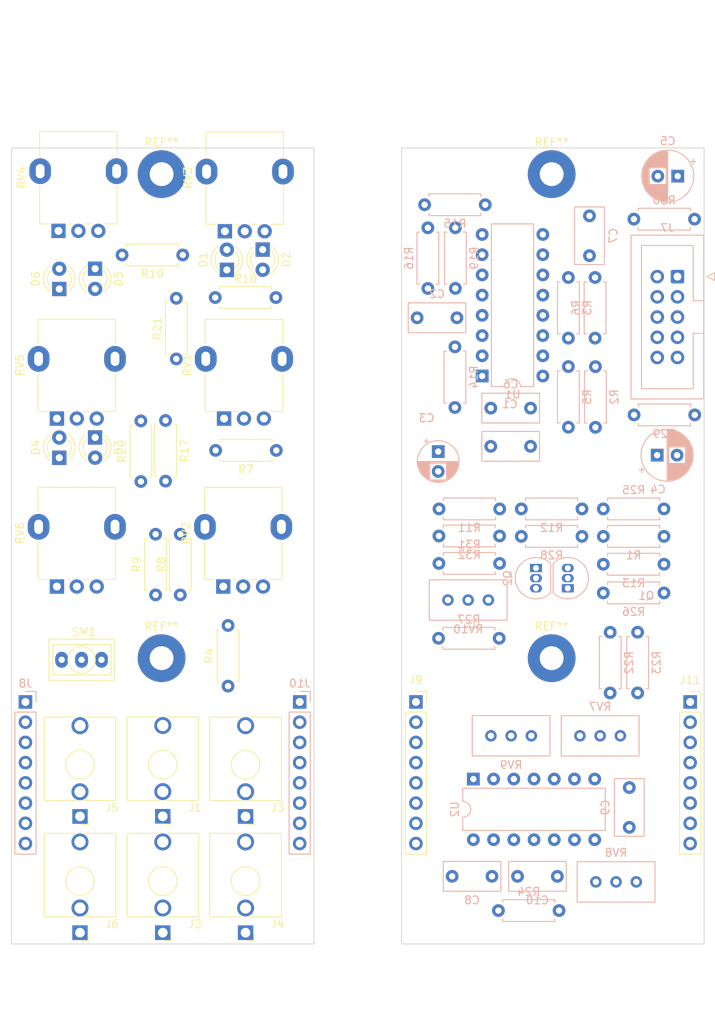
<source format=kicad_pcb>
(kicad_pcb (version 20210606) (generator pcbnew)
  (layers (0 "F.Cu" signal) (31 "B.Cu" signal) (34 "B.Paste" user) (35 "F.Paste" user) (36 "B.SilkS" user "B.Silkscreen") (37 "F.SilkS" user "F.Silkscreen") (38 "B.Mask" user) (39 "F.Mask" user) (44 "Edge.Cuts" user))
  (net 0 "")
  (net 1 "Net-(C1-Pad1)")
  (net 2 "/FPole1")
  (net 3 "Net-(C2-Pad1)")
  (net 4 "/FPole2")
  (net 5 "Net-(C3-Pad1)")
  (net 6 "/FOut")
  (net 7 "+12V")
  (net 8 "GND")
  (net 9 "-12V")
  (net 10 "Net-(C8-Pad1)")
  (net 11 "Net-(C8-Pad2)")
  (net 12 "/SC_Res1_P")
  (net 13 "/SC_Res2_P")
  (net 14 "/SC_LpG1_P")
  (net 15 "/SC_LpG2_P")
  (net 16 "/SC_HpG1_P")
  (net 17 "/SC_HpG2_P")
  (net 18 "GNDA")
  (net 19 "Net-(J1-PadT)")
  (net 20 "Net-(J2-PadT)")
  (net 21 "Net-(J3-PadT)")
  (net 22 "Net-(J4-PadT)")
  (net 23 "Net-(J5-PadTN)")
  (net 24 "Net-(J5-PadT)")
  (net 26 "Net-(J6-PadT)")
  (net 27 "Net-(J7-Pad1)")
  (net 28 "Net-(J7-Pad10)")
  (net 29 "-12VA")
  (net 30 "/LP_In_P")
  (net 31 "/HP_In_P")
  (net 32 "/FRes_P")
  (net 33 "/FOut_P")
  (net 34 "/CVMix_P")
  (net 35 "+12VA")
  (net 36 "/LP_In")
  (net 37 "/HP_In")
  (net 38 "/FRes")
  (net 39 "/CVMix")
  (net 40 "/SC_LpG2")
  (net 41 "/SC_LpG1")
  (net 42 "/SC_HpG2")
  (net 43 "/SC_HpG1")
  (net 44 "/SC_Res2")
  (net 45 "/SC_Res1")
  (net 46 "Net-(Q1-Pad3)")
  (net 47 "/CV_CSrc")
  (net 48 "/FIn")
  (net 49 "Net-(R2-Pad2)")
  (net 50 "Net-(R3-Pad1)")
  (net 51 "Net-(R5-Pad2)")
  (net 52 "Net-(R11-Pad2)")
  (net 53 "Net-(R7-Pad1)")
  (net 54 "Net-(R8-Pad1)")
  (net 55 "Net-(R10-Pad2)")
  (net 56 "Net-(R12-Pad2)")
  (net 57 "Net-(R14-Pad2)")
  (net 58 "Net-(R15-Pad1)")
  (net 59 "Net-(R17-Pad1)")
  (net 60 "Net-(R18-Pad1)")
  (net 61 "Net-(R28-Pad1)")
  (footprint "Connector_PinSocket_2.54mm:PinSocket_1x08_P2.54mm_Vertical" (layer "F.Cu") (at 123.75 121.5)
    (fp_text reference "J11" (at 0 -2.77) (layer "F.SilkS"))
    (fp_text value "BackC2")
    (pad "1" thru_hole rect locked (at 0 0) (size 1.7 1.7) (drill 1) (layers *.Cu *.Mask) (net 8 "GND"))
    (pad "2" thru_hole oval locked (at 0 2.54) (size 1.7 1.7) (drill 1) (layers *.Cu *.Mask) (net 45 "/SC_Res1"))
    (pad "3" thru_hole oval locked (at 0 5.08) (size 1.7 1.7) (drill 1) (layers *.Cu *.Mask) (net 44 "/SC_Res2"))
    (pad "4" thru_hole oval locked (at 0 7.62) (size 1.7 1.7) (drill 1) (layers *.Cu *.Mask) (net 42 "/SC_HpG2"))
    (pad "5" thru_hole oval locked (at 0 10.16) (size 1.7 1.7) (drill 1) (layers *.Cu *.Mask) (net 43 "/SC_HpG1"))
    (pad "6" thru_hole oval locked (at 0 12.7) (size 1.7 1.7) (drill 1) (layers *.Cu *.Mask) (net 41 "/SC_LpG1"))
    (pad "7" thru_hole oval locked (at 0 15.24) (size 1.7 1.7) (drill 1) (layers *.Cu *.Mask) (net 40 "/SC_LpG2"))
    (pad "8" thru_hole oval locked (at 0 17.78) (size 1.7 1.7) (drill 1) (layers *.Cu *.Mask) (net 8 "GND"))
  )
  (footprint "Potentiometer_THT:Potentiometer_Alpha_RD901F-40-00D_Single_Vertical" (layer "F.Cu") (at 65.3 62.375 90)
    (fp_text reference "RV3" (at 6.71 -4.64 90) (layer "F.SilkS"))
    (fp_text value "100k")
    (pad "" thru_hole oval locked (at 7.5 -2.3 180) (size 2.72 3.24) (drill oval 1.1 1.8) (layers *.Cu *.Mask))
    (pad "" thru_hole oval locked (at 7.5 7.3 180) (size 2.72 3.24) (drill oval 1.1 1.8) (layers *.Cu *.Mask))
    (pad "1" thru_hole rect locked (at 0 0 180) (size 1.8 1.8) (drill 1) (layers *.Cu *.Mask) (net 33 "/FOut_P"))
    (pad "2" thru_hole circle locked (at 0 2.5 180) (size 1.8 1.8) (drill 1) (layers *.Cu *.Mask) (net 32 "/FRes_P"))
    (pad "3" thru_hole circle locked (at 0 5 180) (size 1.8 1.8) (drill 1) (layers *.Cu *.Mask) (net 18 "GNDA"))
  )
  (footprint "Resistor_THT:R_Axial_DIN0207_L6.3mm_D2.5mm_P7.62mm_Horizontal" (layer "F.Cu") (at 59.7 108.05 90)
    (fp_text reference "R8" (at 3.81 -2.37 90) (layer "F.SilkS"))
    (fp_text value "100k")
    (pad "1" thru_hole circle locked (at 0 0 90) (size 1.6 1.6) (drill 0.8) (layers *.Cu *.Mask) (net 54 "Net-(R8-Pad1)"))
    (pad "2" thru_hole oval locked (at 7.62 0 90) (size 1.6 1.6) (drill 0.8) (layers *.Cu *.Mask) (net 34 "/CVMix_P"))
  )
  (footprint "Resistor_THT:R_Axial_DIN0207_L6.3mm_D2.5mm_P7.62mm_Horizontal" (layer "F.Cu") (at 59.2 78.41 90)
    (fp_text reference "R21" (at 3.81 -2.37 90) (layer "F.SilkS"))
    (fp_text value "NC")
    (pad "1" thru_hole circle locked (at 0 0 90) (size 1.6 1.6) (drill 0.8) (layers *.Cu *.Mask) (net 30 "/LP_In_P"))
    (pad "2" thru_hole oval locked (at 7.62 0 90) (size 1.6 1.6) (drill 0.8) (layers *.Cu *.Mask) (net 60 "Net-(R18-Pad1)"))
  )
  (footprint "Connector_Audio:Jack_3.5mm_QingPu_WQP-PJ398SM_Vertical_CircularHoles" (layer "F.Cu") (at 67.9 135.88 180)
    (fp_text reference "J3" (at -4.03 1.08) (layer "F.SilkS"))
    (fp_text value "CV3")
    (pad "S" thru_hole rect locked (at 0 0) (size 1.93 1.83) (drill 1.22) (layers *.Cu *.Mask) (net 18 "GNDA"))
    (pad "T" thru_hole circle locked (at 0 11.4) (size 2.13 2.13) (drill 1.43) (layers *.Cu *.Mask) (net 21 "Net-(J3-PadT)"))
    (pad "TN" thru_hole circle locked (at 0 3.1) (size 2.13 2.13) (drill 1.42) (layers *.Cu *.Mask))
  )
  (footprint "LED_THT:LED_D3.0mm" (layer "F.Cu") (at 44.5 69.625 90)
    (fp_text reference "D6" (at 1.27 -2.96 90) (layer "F.SilkS"))
    (fp_text value "GREEN")
    (pad "1" thru_hole rect locked (at 0 0 90) (size 1.8 1.8) (drill 0.9) (layers *.Cu *.Mask) (net 17 "/SC_HpG2_P"))
    (pad "2" thru_hole circle locked (at 2.54 0 90) (size 1.8 1.8) (drill 0.9) (layers *.Cu *.Mask) (net 16 "/SC_HpG1_P"))
  )
  (footprint "Connector_Audio:Jack_3.5mm_QingPu_WQP-PJ398SM_Vertical_CircularHoles" (layer "F.Cu") (at 57.5 135.86 180)
    (fp_text reference "J1" (at -4.03 1.08) (layer "F.SilkS"))
    (fp_text value "CV1")
    (pad "S" thru_hole rect locked (at 0 0) (size 1.93 1.83) (drill 1.22) (layers *.Cu *.Mask) (net 18 "GNDA"))
    (pad "T" thru_hole circle locked (at 0 11.4) (size 2.13 2.13) (drill 1.43) (layers *.Cu *.Mask) (net 19 "Net-(J1-PadT)"))
    (pad "TN" thru_hole circle locked (at 0 3.1) (size 2.13 2.13) (drill 1.42) (layers *.Cu *.Mask))
  )
  (footprint "LED_THT:LED_D3.0mm" (layer "F.Cu") (at 49 67.075 -90)
    (fp_text reference "D5" (at 1.27 -2.96 90) (layer "F.SilkS"))
    (fp_text value "GREEN")
    (pad "1" thru_hole rect locked (at 0 0 270) (size 1.8 1.8) (drill 0.9) (layers *.Cu *.Mask) (net 16 "/SC_HpG1_P"))
    (pad "2" thru_hole circle locked (at 2.54 0 270) (size 1.8 1.8) (drill 0.9) (layers *.Cu *.Mask) (net 17 "/SC_HpG2_P"))
  )
  (footprint "Connector_Audio:Jack_3.5mm_QingPu_WQP-PJ398SM_Vertical_CircularHoles" (layer "F.Cu") (at 47.1 150.48 180)
    (fp_text reference "J6" (at -4.03 1.08) (layer "F.SilkS"))
    (fp_text value "LP_In")
    (pad "S" thru_hole rect locked (at 0 0) (size 1.93 1.83) (drill 1.22) (layers *.Cu *.Mask) (net 18 "GNDA"))
    (pad "T" thru_hole circle locked (at 0 11.4) (size 2.13 2.13) (drill 1.43) (layers *.Cu *.Mask) (net 26 "Net-(J6-PadT)"))
    (pad "TN" thru_hole circle locked (at 0 3.1) (size 2.13 2.13) (drill 1.42) (layers *.Cu *.Mask))
  )
  (footprint "Resistor_THT:R_Axial_DIN0207_L6.3mm_D2.5mm_P7.62mm_Horizontal" (layer "F.Cu") (at 65.7 119.51 90)
    (fp_text reference "R4" (at 3.81 -2.37 90) (layer "F.SilkS"))
    (fp_text value "1k")
    (pad "1" thru_hole circle locked (at 0 0 90) (size 1.6 1.6) (drill 0.8) (layers *.Cu *.Mask) (net 22 "Net-(J4-PadT)"))
    (pad "2" thru_hole oval locked (at 7.62 0 90) (size 1.6 1.6) (drill 0.8) (layers *.Cu *.Mask) (net 33 "/FOut_P"))
  )
  (footprint "LED_THT:LED_D3.0mm" (layer "F.Cu") (at 65.55 67.225 90)
    (fp_text reference "D1" (at 1.27 -2.96 90) (layer "F.SilkS"))
    (fp_text value "GREEN")
    (pad "1" thru_hole rect locked (at 0 0 90) (size 1.8 1.8) (drill 0.9) (layers *.Cu *.Mask) (net 12 "/SC_Res1_P"))
    (pad "2" thru_hole circle locked (at 2.54 0 90) (size 1.8 1.8) (drill 0.9) (layers *.Cu *.Mask) (net 13 "/SC_Res2_P"))
  )
  (footprint "Resistor_THT:R_Axial_DIN0207_L6.3mm_D2.5mm_P7.62mm_Horizontal" (layer "F.Cu") (at 60.01 65.35 180)
    (fp_text reference "R10" (at 3.81 -2.37) (layer "F.SilkS"))
    (fp_text value "100k")
    (pad "1" thru_hole circle locked (at 0 0 180) (size 1.6 1.6) (drill 0.8) (layers *.Cu *.Mask) (net 34 "/CVMix_P"))
    (pad "2" thru_hole oval locked (at 7.62 0 180) (size 1.6 1.6) (drill 0.8) (layers *.Cu *.Mask) (net 55 "Net-(R10-Pad2)"))
  )
  (footprint "LED_THT:LED_D3.0mm" (layer "F.Cu") (at 70.05 64.675 -90)
    (fp_text reference "D2" (at 1.27 -2.96 90) (layer "F.SilkS"))
    (fp_text value "GREEN")
    (pad "1" thru_hole rect locked (at 0 0 270) (size 1.8 1.8) (drill 0.9) (layers *.Cu *.Mask) (net 13 "/SC_Res2_P"))
    (pad "2" thru_hole circle locked (at 2.54 0 270) (size 1.8 1.8) (drill 0.9) (layers *.Cu *.Mask) (net 12 "/SC_Res1_P"))
  )
  (footprint "MountingHole:MountingHole_3mm_Pad" (layer "F.Cu") (at 57.35 55.2)
    (fp_text reference "REF**" (at 0 -4) (layer "F.SilkS"))
    (fp_text value "MountingHole_3mm_Pad")
    (pad "1" thru_hole circle locked (at 0 0) (size 6 6) (drill 3) (layers *.Cu *.Mask))
  )
  (footprint "Resistor_THT:R_Axial_DIN0207_L6.3mm_D2.5mm_P7.62mm_Horizontal" (layer "F.Cu") (at 54.75 93.81 90)
    (fp_text reference "R20" (at 3.81 -2.37 90) (layer "F.SilkS"))
    (fp_text value "NC")
    (pad "1" thru_hole circle locked (at 0 0 90) (size 1.6 1.6) (drill 0.8) (layers *.Cu *.Mask) (net 31 "/HP_In_P"))
    (pad "2" thru_hole oval locked (at 7.62 0 90) (size 1.6 1.6) (drill 0.8) (layers *.Cu *.Mask) (net 59 "Net-(R17-Pad1)"))
  )
  (footprint "MountingHole:MountingHole_3mm_Pad" (layer "F.Cu") (at 106.35 116)
    (fp_text reference "REF**" (at 0 -4) (layer "F.SilkS"))
    (fp_text value "MountingHole_3mm_Pad")
    (pad "1" thru_hole circle locked (at 0 0) (size 6 6) (drill 3) (layers *.Cu *.Mask))
  )
  (footprint "Connector_Audio:Jack_3.5mm_QingPu_WQP-PJ398SM_Vertical_CircularHoles" (layer "F.Cu") (at 67.9 150.48 180)
    (fp_text reference "J4" (at -4.03 1.08) (layer "F.SilkS"))
    (fp_text value "Out")
    (pad "S" thru_hole rect locked (at 0 0) (size 1.93 1.83) (drill 1.22) (layers *.Cu *.Mask) (net 18 "GNDA"))
    (pad "T" thru_hole circle locked (at 0 11.4) (size 2.13 2.13) (drill 1.43) (layers *.Cu *.Mask) (net 22 "Net-(J4-PadT)"))
    (pad "TN" thru_hole circle locked (at 0 3.1) (size 2.13 2.13) (drill 1.42) (layers *.Cu *.Mask))
  )
  (footprint "LED_THT:LED_D3.0mm" (layer "F.Cu") (at 49 88.275 -90)
    (fp_text reference "D3" (at 1.27 -2.96 90) (layer "F.SilkS"))
    (fp_text value "GREEN")
    (pad "1" thru_hole rect locked (at 0 0 270) (size 1.8 1.8) (drill 0.9) (layers *.Cu *.Mask) (net 14 "/SC_LpG1_P"))
    (pad "2" thru_hole circle locked (at 2.54 0 270) (size 1.8 1.8) (drill 0.9) (layers *.Cu *.Mask) (net 15 "/SC_LpG2_P"))
  )
  (footprint "Potentiometer_THT:Potentiometer_Alpha_RD901F-40-00D_Single_Vertical" (layer "F.Cu") (at 44.2 107 90)
    (fp_text reference "RV6" (at 6.71 -4.64 90) (layer "F.SilkS"))
    (fp_text value "100k")
    (pad "" thru_hole oval locked (at 7.5 7.3 180) (size 2.72 3.24) (drill oval 1.1 1.8) (layers *.Cu *.Mask))
    (pad "" thru_hole oval locked (at 7.5 -2.3 180) (size 2.72 3.24) (drill oval 1.1 1.8) (layers *.Cu *.Mask))
    (pad "1" thru_hole rect locked (at 0 0 180) (size 1.8 1.8) (drill 1) (layers *.Cu *.Mask) (net 26 "Net-(J6-PadT)"))
    (pad "2" thru_hole circle locked (at 0 2.5 180) (size 1.8 1.8) (drill 1) (layers *.Cu *.Mask) (net 30 "/LP_In_P"))
    (pad "3" thru_hole circle locked (at 0 5 180) (size 1.8 1.8) (drill 1) (layers *.Cu *.Mask) (net 60 "Net-(R18-Pad1)"))
  )
  (footprint "Connector_Audio:Jack_3.5mm_QingPu_WQP-PJ398SM_Vertical_CircularHoles" (layer "F.Cu") (at 57.5 150.48 180)
    (fp_text reference "J2" (at -4.03 1.08) (layer "F.SilkS"))
    (fp_text value "CV2")
    (pad "S" thru_hole rect locked (at 0 0) (size 1.93 1.83) (drill 1.22) (layers *.Cu *.Mask) (net 18 "GNDA"))
    (pad "T" thru_hole circle locked (at 0 11.4) (size 2.13 2.13) (drill 1.43) (layers *.Cu *.Mask) (net 20 "Net-(J2-PadT)"))
    (pad "TN" thru_hole circle locked (at 0 3.1) (size 2.13 2.13) (drill 1.42) (layers *.Cu *.Mask))
  )
  (footprint "Resistor_THT:R_Axial_DIN0207_L6.3mm_D2.5mm_P7.62mm_Horizontal" (layer "F.Cu") (at 71.76 89.9 180)
    (fp_text reference "R7" (at 3.81 -2.37) (layer "F.SilkS"))
    (fp_text value "100k")
    (pad "1" thru_hole circle locked (at 0 0 180) (size 1.6 1.6) (drill 0.8) (layers *.Cu *.Mask) (net 53 "Net-(R7-Pad1)"))
    (pad "2" thru_hole oval locked (at 7.62 0 180) (size 1.6 1.6) (drill 0.8) (layers *.Cu *.Mask) (net 34 "/CVMix_P"))
  )
  (footprint "Connector_Audio:Jack_3.5mm_QingPu_WQP-PJ398SM_Vertical_CircularHoles" (layer "F.Cu") (at 47.1 135.88 180)
    (fp_text reference "J5" (at -4.03 1.08) (layer "F.SilkS"))
    (fp_text value "HP_In")
    (pad "S" thru_hole rect locked (at 0 0) (size 1.93 1.83) (drill 1.22) (layers *.Cu *.Mask) (net 18 "GNDA"))
    (pad "T" thru_hole circle locked (at 0 11.4) (size 2.13 2.13) (drill 1.43) (layers *.Cu *.Mask) (net 24 "Net-(J5-PadT)"))
    (pad "TN" thru_hole circle locked (at 0 3.1) (size 2.13 2.13) (drill 1.42) (layers *.Cu *.Mask) (net 23 "Net-(J5-PadTN)"))
  )
  (footprint "LED_THT:LED_D3.0mm" (layer "F.Cu") (at 44.5 90.825 90)
    (fp_text reference "D4" (at 1.27 -2.96 90) (layer "F.SilkS"))
    (fp_text value "GREEN")
    (pad "1" thru_hole rect locked (at 0 0 90) (size 1.8 1.8) (drill 0.9) (layers *.Cu *.Mask) (net 15 "/SC_LpG2_P"))
    (pad "2" thru_hole circle locked (at 2.54 0 90) (size 1.8 1.8) (drill 0.9) (layers *.Cu *.Mask) (net 14 "/SC_LpG1_P"))
  )
  (footprint "Potentiometer_THT:Potentiometer_Alpha_RD901F-40-00D_Single_Vertical" (layer "F.Cu") (at 44.4 62.325 90)
    (fp_text reference "RV4" (at 6.71 -4.64 90) (layer "F.SilkS"))
    (fp_text value "100k")
    (pad "" thru_hole oval locked (at 7.5 -2.3 180) (size 2.72 3.24) (drill oval 1.1 1.8) (layers *.Cu *.Mask))
    (pad "" thru_hole oval locked (at 7.5 7.3 180) (size 2.72 3.24) (drill oval 1.1 1.8) (layers *.Cu *.Mask))
    (pad "1" thru_hole rect locked (at 0 0 180) (size 1.8 1.8) (drill 1) (layers *.Cu *.Mask) (net 29 "-12VA"))
    (pad "2" thru_hole circle locked (at 0 2.5 180) (size 1.8 1.8) (drill 1) (layers *.Cu *.Mask) (net 55 "Net-(R10-Pad2)"))
    (pad "3" thru_hole circle locked (at 0 5 180) (size 1.8 1.8) (drill 1) (layers *.Cu *.Mask) (net 35 "+12VA"))
  )
  (footprint "Resistor_THT:R_Axial_DIN0207_L6.3mm_D2.5mm_P7.62mm_Horizontal" (layer "F.Cu") (at 56.6 108.05 90)
    (fp_text reference "R9" (at 3.81 -2.37 90) (layer "F.SilkS"))
    (fp_text value "100k")
    (pad "1" thru_hole circle locked (at 0 0 90) (size 1.6 1.6) (drill 0.8) (layers *.Cu *.Mask) (net 21 "Net-(J3-PadT)"))
    (pad "2" thru_hole oval locked (at 7.62 0 90) (size 1.6 1.6) (drill 0.8) (layers *.Cu *.Mask) (net 34 "/CVMix_P"))
  )
  (footprint "MountingHole:MountingHole_3mm_Pad" (layer "F.Cu") (at 106.35 55.2)
    (fp_text reference "REF**" (at 0 -4) (layer "F.SilkS"))
    (fp_text value "MountingHole_3mm_Pad")
    (pad "1" thru_hole circle locked (at 0 0) (size 6 6) (drill 3) (layers *.Cu *.Mask))
  )
  (footprint "Connector_PinSocket_2.54mm:PinSocket_1x08_P2.54mm_Vertical" (layer "F.Cu") (at 89.3 121.5)
    (fp_text reference "J9" (at 0 -2.77) (layer "F.SilkS"))
    (fp_text value "BackC1")
    (pad "1" thru_hole rect locked (at 0 0) (size 1.7 1.7) (drill 1) (layers *.Cu *.Mask) (net 6 "/FOut"))
    (pad "2" thru_hole oval locked (at 0 2.54) (size 1.7 1.7) (drill 1) (layers *.Cu *.Mask) (net 7 "+12V"))
    (pad "3" thru_hole oval locked (at 0 5.08) (size 1.7 1.7) (drill 1) (layers *.Cu *.Mask) (net 39 "/CVMix"))
    (pad "4" thru_hole oval locked (at 0 7.62) (size 1.7 1.7) (drill 1) (layers *.Cu *.Mask) (net 37 "/HP_In"))
    (pad "5" thru_hole oval locked (at 0 10.16) (size 1.7 1.7) (drill 1) (layers *.Cu *.Mask) (net 38 "/FRes"))
    (pad "6" thru_hole oval locked (at 0 12.7) (size 1.7 1.7) (drill 1) (layers *.Cu *.Mask) (net 8 "GND"))
    (pad "7" thru_hole oval locked (at 0 15.24) (size 1.7 1.7) (drill 1) (layers *.Cu *.Mask) (net 36 "/LP_In"))
    (pad "8" thru_hole oval locked (at 0 17.78) (size 1.7 1.7) (drill 1) (layers *.Cu *.Mask) (net 9 "-12V"))
  )
  (footprint "Potentiometer_THT:Potentiometer_Alpha_RD901F-40-00D_Single_Vertical" (layer "F.Cu") (at 65.2 85.9 90)
    (fp_text reference "RV1" (at 6.71 -4.64 90) (layer "F.SilkS"))
    (fp_text value "100k")
    (pad "" thru_hole oval locked (at 7.5 -2.3 180) (size 2.72 3.24) (drill oval 1.1 1.8) (layers *.Cu *.Mask))
    (pad "" thru_hole oval locked (at 7.5 7.3 180) (size 2.72 3.24) (drill oval 1.1 1.8) (layers *.Cu *.Mask))
    (pad "1" thru_hole rect locked (at 0 0 180) (size 1.8 1.8) (drill 1) (layers *.Cu *.Mask) (net 19 "Net-(J1-PadT)"))
    (pad "2" thru_hole circle locked (at 0 2.5 180) (size 1.8 1.8) (drill 1) (layers *.Cu *.Mask) (net 53 "Net-(R7-Pad1)"))
    (pad "3" thru_hole circle locked (at 0 5 180) (size 1.8 1.8) (drill 1) (layers *.Cu *.Mask) (net 18 "GNDA"))
  )
  (footprint "Potentiometer_THT:Potentiometer_Alpha_RD901F-40-00D_Single_Vertical" (layer "F.Cu") (at 44.2 85.9 90)
    (fp_text reference "RV5" (at 6.71 -4.64 90) (layer "F.SilkS"))
    (fp_text value "100k")
    (pad "" thru_hole oval locked (at 7.5 7.3 180) (size 2.72 3.24) (drill oval 1.1 1.8) (layers *.Cu *.Mask))
    (pad "" thru_hole oval locked (at 7.5 -2.3 180) (size 2.72 3.24) (drill oval 1.1 1.8) (layers *.Cu *.Mask))
    (pad "1" thru_hole rect locked (at 0 0 180) (size 1.8 1.8) (drill 1) (layers *.Cu *.Mask) (net 24 "Net-(J5-PadT)"))
    (pad "2" thru_hole circle locked (at 0 2.5 180) (size 1.8 1.8) (drill 1) (layers *.Cu *.Mask) (net 31 "/HP_In_P"))
    (pad "3" thru_hole circle locked (at 0 5 180) (size 1.8 1.8) (drill 1) (layers *.Cu *.Mask) (net 59 "Net-(R17-Pad1)"))
  )
  (footprint "Resistor_THT:R_Axial_DIN0207_L6.3mm_D2.5mm_P7.62mm_Horizontal" (layer "F.Cu") (at 57.85 86.14 -90)
    (fp_text reference "R17" (at 3.81 -2.37 90) (layer "F.SilkS"))
    (fp_text value "1k")
    (pad "1" thru_hole circle locked (at 0 0 270) (size 1.6 1.6) (drill 0.8) (layers *.Cu *.Mask) (net 59 "Net-(R17-Pad1)"))
    (pad "2" thru_hole oval locked (at 7.62 0 270) (size 1.6 1.6) (drill 0.8) (layers *.Cu *.Mask) (net 18 "GNDA"))
  )
  (footprint "Resistor_THT:R_Axial_DIN0207_L6.3mm_D2.5mm_P7.62mm_Horizontal" (layer "F.Cu") (at 64.09 70.7)
    (fp_text reference "R18" (at 3.81 -2.37) (layer "F.SilkS"))
    (fp_text value "1k")
    (pad "1" thru_hole circle locked (at 0 0) (size 1.6 1.6) (drill 0.8) (layers *.Cu *.Mask) (net 60 "Net-(R18-Pad1)"))
    (pad "2" thru_hole oval locked (at 7.62 0) (size 1.6 1.6) (drill 0.8) (layers *.Cu *.Mask) (net 18 "GNDA"))
  )
  (footprint "MountingHole:MountingHole_3mm_Pad" (layer "F.Cu") (at 57.35 116)
    (fp_text reference "REF**" (at 0 -4) (layer "F.SilkS"))
    (fp_text value "MountingHole_3mm_Pad")
    (pad "1" thru_hole circle locked (at 0 0) (size 6 6) (drill 3) (layers *.Cu *.Mask))
  )
  (footprint "Potentiometer_THT:Potentiometer_Alpha_RD901F-40-00D_Single_Vertical" (layer "F.Cu") (at 65.1 107 90)
    (fp_text reference "RV2" (at 6.71 -4.64 90) (layer "F.SilkS"))
    (fp_text value "100k")
    (pad "" thru_hole oval locked (at 7.5 7.3 180) (size 2.72 3.24) (drill oval 1.1 1.8) (layers *.Cu *.Mask))
    (pad "" thru_hole oval locked (at 7.5 -2.3 180) (size 2.72 3.24) (drill oval 1.1 1.8) (layers *.Cu *.Mask))
    (pad "1" thru_hole rect locked (at 0 0 180) (size 1.8 1.8) (drill 1) (layers *.Cu *.Mask) (net 20 "Net-(J2-PadT)"))
    (pad "2" thru_hole circle locked (at 0 2.5 180) (size 1.8 1.8) (drill 1) (layers *.Cu *.Mask) (net 54 "Net-(R8-Pad1)"))
    (pad "3" thru_hole circle locked (at 0 5 180) (size 1.8 1.8) (drill 1) (layers *.Cu *.Mask) (net 18 "GNDA"))
  )
  (footprint "Switches:5mm_rocker_toggle_switch" (layer "F.Cu") (at 47.3 116.2)
    (fp_text reference "SW1" (at 0.3 -3.5 unlocked) (layer "F.SilkS"))
    (fp_text value "BP_Select")
    (pad "1" thru_hole oval (at -2.5 0 90) (size 2 1.6) (drill 0.8) (layers *.Cu *.Mask) (net 23 "Net-(J5-PadTN)"))
    (pad "2" thru_hole oval (at 0 0 90) (size 2 1.6) (drill 0.8) (layers *.Cu *.Mask) (net 26 "Net-(J6-PadT)"))
    (pad "3" thru_hole oval (at 2.5 0 90) (size 2 1.6) (drill 0.8) (layers *.Cu *.Mask))
  )
  (footprint "Resistor_THT:R_Axial_DIN0207_L6.3mm_D2.5mm_P7.62mm_Horizontal" (layer "B.Cu") (at 113.7 120.37 90)
    (fp_text reference "R22" (at 3.81 2.37 90) (layer "B.SilkS") (effects (justify mirror)))
    (fp_text value "4k7")
    (pad "1" thru_hole circle locked (at 0 0 90) (size 1.6 1.6) (drill 0.8) (layers *.Cu *.Mask) (net 45 "/SC_Res1"))
    (pad "2" thru_hole oval locked (at 7.62 0 90) (size 1.6 1.6) (drill 0.8) (layers *.Cu *.Mask) (net 8 "GND"))
  )
  (footprint "Capacitor_THT:CP_Radial_D6.3mm_P2.50mm" (layer "B.Cu") (at 119.6 90.5)
    (fp_text reference "C4" (at 0.1 4.3) (layer "B.SilkS") (effects (justify mirror)))
    (fp_text value "47u")
    (pad "1" thru_hole rect locked (at 0 0) (size 1.6 1.6) (drill 0.8) (layers *.Cu *.Mask) (net 7 "+12V"))
    (pad "2" thru_hole circle locked (at 2.5 0) (size 1.6 1.6) (drill 0.8) (layers *.Cu *.Mask) (net 8 "GND"))
  )
  (footprint "Resistor_THT:R_Axial_DIN0207_L6.3mm_D2.5mm_P7.62mm_Horizontal" (layer "B.Cu") (at 112.84 100.7)
    (fp_text reference "R1" (at 3.81 2.37) (layer "B.SilkS") (effects (justify mirror)))
    (fp_text value "220R")
    (pad "1" thru_hole circle locked (at 0 0) (size 1.6 1.6) (drill 0.8) (layers *.Cu *.Mask) (net 48 "/FIn"))
    (pad "2" thru_hole oval locked (at 7.62 0) (size 1.6 1.6) (drill 0.8) (layers *.Cu *.Mask) (net 8 "GND"))
  )
  (footprint "Capacitor_THT:C_Rect_L7.0mm_W3.5mm_P5.00mm" (layer "B.Cu") (at 116.1 132.25 -90)
    (fp_text reference "C9" (at 2.5 3 90) (layer "B.SilkS") (effects (justify mirror)))
    (fp_text value "100n")
    (pad "1" thru_hole circle locked (at 0 0 270) (size 1.6 1.6) (drill 0.8) (layers *.Cu *.Mask) (net 7 "+12V"))
    (pad "2" thru_hole circle locked (at 5 0 270) (size 1.6 1.6) (drill 0.8) (layers *.Cu *.Mask) (net 8 "GND"))
  )
  (footprint "Resistor_THT:R_Axial_DIN0207_L6.3mm_D2.5mm_P7.62mm_Horizontal" (layer "B.Cu") (at 102.54 97.25)
    (fp_text reference "R12" (at 3.81 2.37) (layer "B.SilkS") (effects (justify mirror)))
    (fp_text value "10k")
    (pad "1" thru_hole circle locked (at 0 0) (size 1.6 1.6) (drill 0.8) (layers *.Cu *.Mask) (net 52 "Net-(R11-Pad2)"))
    (pad "2" thru_hole oval locked (at 7.62 0) (size 1.6 1.6) (drill 0.8) (layers *.Cu *.Mask) (net 56 "Net-(R12-Pad2)"))
  )
  (footprint "Resistor_THT:R_Axial_DIN0207_L6.3mm_D2.5mm_P7.62mm_Horizontal" (layer "B.Cu") (at 99.76 113.5 180)
    (fp_text reference "R27" (at 3.81 2.37) (layer "B.SilkS") (effects (justify mirror)))
    (fp_text value "0R")
    (pad "1" thru_hole circle locked (at 0 0 180) (size 1.6 1.6) (drill 0.8) (layers *.Cu *.Mask) (net 42 "/SC_HpG2"))
    (pad "2" thru_hole oval locked (at 7.62 0 180) (size 1.6 1.6) (drill 0.8) (layers *.Cu *.Mask) (net 4 "/FPole2"))
  )
  (footprint "Connector_PinHeader_2.54mm:PinHeader_1x08_P2.54mm_Vertical" (layer "B.Cu") (at 40.25 121.5 180)
    (fp_text reference "J8" (at 0 2.33) (layer "B.SilkS") (effects (justify mirror)))
    (fp_text value "PanelC1")
    (pad "1" thru_hole rect locked (at 0 0 180) (size 1.7 1.7) (drill 1) (layers *.Cu *.Mask) (net 33 "/FOut_P"))
    (pad "2" thru_hole oval locked (at 0 -2.54 180) (size 1.7 1.7) (drill 1) (layers *.Cu *.Mask) (net 35 "+12VA"))
    (pad "3" thru_hole oval locked (at 0 -5.08 180) (size 1.7 1.7) (drill 1) (layers *.Cu *.Mask) (net 34 "/CVMix_P"))
    (pad "4" thru_hole oval locked (at 0 -7.62 180) (size 1.7 1.7) (drill 1) (layers *.Cu *.Mask) (net 31 "/HP_In_P"))
    (pad "5" thru_hole oval locked (at 0 -10.16 180) (size 1.7 1.7) (drill 1) (layers *.Cu *.Mask) (net 32 "/FRes_P"))
    (pad "6" thru_hole oval locked (at 0 -12.7 180) (size 1.7 1.7) (drill 1) (layers *.Cu *.Mask) (net 18 "GNDA"))
    (pad "7" thru_hole oval locked (at 0 -15.24 180) (size 1.7 1.7) (drill 1) (layers *.Cu *.Mask) (net 30 "/LP_In_P"))
    (pad "8" thru_hole oval locked (at 0 -17.78 180) (size 1.7 1.7) (drill 1) (layers *.Cu *.Mask) (net 29 "-12VA"))
  )
  (footprint "Resistor_THT:R_Axial_DIN0207_L6.3mm_D2.5mm_P7.62mm_Horizontal" (layer "B.Cu") (at 94.25 69.55 90)
    (fp_text reference "R19" (at 3.81 2.37 90) (layer "B.SilkS") (effects (justify mirror)))
    (fp_text value "10k")
    (pad "1" thru_hole circle locked (at 0 0 90) (size 1.6 1.6) (drill 0.8) (layers *.Cu *.Mask) (net 9 "-12V"))
    (pad "2" thru_hole oval locked (at 7.62 0 90) (size 1.6 1.6) (drill 0.8) (layers *.Cu *.Mask) (net 5 "Net-(C3-Pad1)"))
  )
  (footprint "Resistor_THT:R_Axial_DIN0207_L6.3mm_D2.5mm_P7.62mm_Horizontal" (layer "B.Cu") (at 94.2 84.51 90)
    (fp_text reference "R14" (at 3.81 2.37 90) (layer "B.SilkS") (effects (justify mirror)))
    (fp_text value "13k")
    (pad "1" thru_hole circle locked (at 0 0 90) (size 1.6 1.6) (drill 0.8) (layers *.Cu *.Mask) (net 7 "+12V"))
    (pad "2" thru_hole oval locked (at 7.62 0 90) (size 1.6 1.6) (drill 0.8) (layers *.Cu *.Mask) (net 57 "Net-(R14-Pad2)"))
  )
  (footprint "Resistor_THT:R_Axial_DIN0207_L6.3mm_D2.5mm_P7.62mm_Horizontal" (layer "B.Cu") (at 90.39 59.04)
    (fp_text reference "R15" (at 3.81 2.37) (layer "B.SilkS") (effects (justify mirror)))
    (fp_text value "220R")
    (pad "1" thru_hole circle locked (at 0 0) (size 1.6 1.6) (drill 0.8) (layers *.Cu *.Mask) (net 58 "Net-(R15-Pad1)"))
    (pad "2" thru_hole oval locked (at 7.62 0) (size 1.6 1.6) (drill 0.8) (layers *.Cu *.Mask) (net 8 "GND"))
  )
  (footprint "Resistor_THT:R_Axial_DIN0207_L6.3mm_D2.5mm_P7.62mm_Horizontal" (layer "B.Cu") (at 120.46 97.25 180)
    (fp_text reference "R25" (at 3.81 2.37) (layer "B.SilkS") (effects (justify mirror)))
    (fp_text value "68k")
    (pad "1" thru_hole circle locked (at 0 0 180) (size 1.6 1.6) (drill 0.8) (layers *.Cu *.Mask) (net 40 "/SC_LpG2"))
    (pad "2" thru_hole oval locked (at 7.62 0 180) (size 1.6 1.6) (drill 0.8) (layers *.Cu *.Mask) (net 48 "/FIn"))
  )
  (footprint "Resistor_THT:R_Axial_DIN0207_L6.3mm_D2.5mm_P7.62mm_Horizontal" (layer "B.Cu") (at 92.19 100.65)
    (fp_text reference "R32" (at 3.81 2.37) (layer "B.SilkS") (effects (justify mirror)))
    (fp_text value "470k")
    (pad "1" thru_hole circle locked (at 0 0) (size 1.6 1.6) (drill 0.8) (layers *.Cu *.Mask) (net 9 "-12V"))
    (pad "2" thru_hole oval locked (at 7.62 0) (size 1.6 1.6) (drill 0.8) (layers *.Cu *.Mask) (net 11 "Net-(C8-Pad2)"))
  )
  (footprint "Potentiometer_THT:Potentiometer_Bourns_3296W_Vertical" (layer "B.Cu") (at 111.9 144.1 180)
    (fp_text reference "RV8" (at -2.54 3.66) (layer "B.SilkS") (effects (justify mirror)))
    (fp_text value "50k")
    (pad "1" thru_hole circle locked (at 0 0 180) (size 1.44 1.44) (drill 0.8) (layers *.Cu *.Mask) (net 41 "/SC_LpG1"))
    (pad "2" thru_hole circle locked (at -2.54 0 180) (size 1.44 1.44) (drill 0.8) (layers *.Cu *.Mask) (net 40 "/SC_LpG2"))
    (pad "3" thru_hole circle locked (at -5.08 0 180) (size 1.44 1.44) (drill 0.8) (layers *.Cu *.Mask) (net 40 "/SC_LpG2"))
  )
  (footprint "Capacitor_THT:CP_Radial_D6.3mm_P2.50mm" (layer "B.Cu") (at 122.18238 55.45 180)
    (fp_text reference "C5" (at 1.25 4.4) (layer "B.SilkS") (effects (justify mirror)))
    (fp_text value "47u")
    (pad "1" thru_hole rect locked (at 0 0 180) (size 1.6 1.6) (drill 0.8) (layers *.Cu *.Mask) (net 8 "GND"))
    (pad "2" thru_hole circle locked (at 2.5 0 180) (size 1.6 1.6) (drill 0.8) (layers *.Cu *.Mask) (net 9 "-12V"))
  )
  (footprint "Potentiometer_THT:Potentiometer_Bourns_3296W_Vertical" (layer "B.Cu") (at 103.8 125.75)
    (fp_text reference "RV9" (at -2.54 3.66) (layer "B.SilkS") (effects (justify mirror)))
    (fp_text value "50k")
    (pad "1" thru_hole circle locked (at 0 0) (size 1.44 1.44) (drill 0.8) (layers *.Cu *.Mask) (net 43 "/SC_HpG1"))
    (pad "2" thru_hole circle locked (at -2.54 0) (size 1.44 1.44) (drill 0.8) (layers *.Cu *.Mask) (net 42 "/SC_HpG2"))
    (pad "3" thru_hole circle locked (at -5.08 0) (size 1.44 1.44) (drill 0.8) (layers *.Cu *.Mask) (net 42 "/SC_HpG2"))
  )
  (footprint "Resistor_THT:R_Axial_DIN0207_L6.3mm_D2.5mm_P7.62mm_Horizontal" (layer "B.Cu") (at 108.45 86.99 90)
    (fp_text reference "R5" (at 3.81 2.37 90) (layer "B.SilkS") (effects (justify mirror)))
    (fp_text value "10k")
    (pad "1" thru_hole circle locked (at 0 0 90) (size 1.6 1.6) (drill 0.8) (layers *.Cu *.Mask) (net 47 "/CV_CSrc"))
    (pad "2" thru_hole oval locked (at 7.62 0 90) (size 1.6 1.6) (drill 0.8) (layers *.Cu *.Mask) (net 51 "Net-(R5-Pad2)"))
  )
  (footprint "Resistor_THT:R_Axial_DIN0207_L6.3mm_D2.5mm_P7.62mm_Horizontal" (layer "B.Cu") (at 112.84 104.2)
    (fp_text reference "R13" (at 3.81 2.37) (layer "B.SilkS") (effects (justify mirror)))
    (fp_text value "220R")
    (pad "1" thru_hole circle locked (at 0 0) (size 1.6 1.6) (drill 0.8) (layers *.Cu *.Mask) (net 56 "Net-(R12-Pad2)"))
    (pad "2" thru_hole oval locked (at 7.62 0) (size 1.6 1.6) (drill 0.8) (layers *.Cu *.Mask) (net 8 "GND"))
  )
  (footprint "Resistor_THT:R_Axial_DIN0207_L6.3mm_D2.5mm_P7.62mm_Horizontal" (layer "B.Cu") (at 90.8 61.94 -90)
    (fp_text reference "R16" (at 3.81 2.37 90) (layer "B.SilkS") (effects (justify mirror)))
    (fp_text value "10k")
    (pad "1" thru_hole circle locked (at 0 0 270) (size 1.6 1.6) (drill 0.8) (layers *.Cu *.Mask) (net 5 "Net-(C3-Pad1)"))
    (pad "2" thru_hole oval locked (at 7.62 0 270) (size 1.6 1.6) (drill 0.8) (layers *.Cu *.Mask) (net 58 "Net-(R15-Pad1)"))
  )
  (footprint "Capacitor_THT:C_Rect_L7.0mm_W3.5mm_P5.00mm" (layer "B.Cu") (at 111.1 65.44 90)
    (fp_text reference "C7" (at 2.5 3 90) (layer "B.SilkS") (effects (justify mirror)))
    (fp_text value "100n")
    (pad "1" thru_hole circle locked (at 0 0 90) (size 1.6 1.6) (drill 0.8) (layers *.Cu *.Mask) (net 8 "GND"))
    (pad "2" thru_hole circle locked (at 5 0 90) (size 1.6 1.6) (drill 0.8) (layers *.Cu *.Mask) (net 9 "-12V"))
  )
  (footprint "Resistor_THT:R_Axial_DIN0207_L6.3mm_D2.5mm_P7.62mm_Horizontal" (layer "B.Cu") (at 108.45 75.8 90)
    (fp_text reference "R3" (at 3.81 2.37 90) (layer "B.SilkS") (effects (justify mirror)))
    (fp_text value "220R")
    (pad "1" thru_hole circle locked (at 0 0 90) (size 1.6 1.6) (drill 0.8) (layers *.Cu *.Mask) (net 50 "Net-(R3-Pad1)"))
    (pad "2" thru_hole oval locked (at 7.62 0 90) (size 1.6 1.6) (drill 0.8) (layers *.Cu *.Mask) (net 8 "GND"))
  )
  (footprint "Resistor_THT:R_Axial_DIN0207_L6.3mm_D2.5mm_P7.62mm_Horizontal" (layer "B.Cu") (at 117.15 120.36 90)
    (fp_text reference "R23" (at 3.81 2.37 90) (layer "B.SilkS") (effects (justify mirror)))
    (fp_text value "0R")
    (pad "1" thru_hole circle locked (at 0 0 90) (size 1.6 1.6) (drill 0.8) (layers *.Cu *.Mask) (net 44 "/SC_Res2"))
    (pad "2" thru_hole oval locked (at 7.62 0 90) (size 1.6 1.6) (drill 0.8) (layers *.Cu *.Mask) (net 2 "/FPole1"))
  )
  (footprint "Capacitor_THT:C_Rect_L7.0mm_W3.5mm_P5.00mm" (layer "B.Cu") (at 103.7 84.59 180)
    (fp_text reference "C6" (at 2.5 3) (layer "B.SilkS") (effects (justify mirror)))
    (fp_text value "100n")
    (pad "1" thru_hole circle locked (at 0 0 180) (size 1.6 1.6) (drill 0.8) (layers *.Cu *.Mask) (net 7 "+12V"))
    (pad "2" thru_hole circle locked (at 5 0 180) (size 1.6 1.6) (drill 0.8) (layers *.Cu *.Mask) (net 8 "GND"))
  )
  (footprint "Resistor_THT:R_Axial_DIN0207_L6.3mm_D2.5mm_P7.62mm_Horizontal" (layer "B.Cu") (at 107.28 147.7 180)
    (fp_text reference "R24" (at 3.81 2.37) (layer "B.SilkS") (effects (justify mirror)))
    (fp_text value "4k7")
    (pad "1" thru_hole circle locked (at 0 0 180) (size 1.6 1.6) (drill 0.8) (layers *.Cu *.Mask) (net 41 "/SC_LpG1"))
    (pad "2" thru_hole oval locked (at 7.62 0 180) (size 1.6 1.6) (drill 0.8) (layers *.Cu *.Mask) (net 8 "GND"))
  )
  (footprint "Package_TO_SOT_THT:TO-92_Inline" (layer "B.Cu") (at 108.3775 107.22 90)
    (fp_text reference "Q1" (at -0.9425 9.8525) (layer "B.SilkS") (effects (justify mirror)))
    (fp_text value "Q")
    (pad "1" thru_hole rect locked (at 0 0 90) (size 1.05 1.5) (drill 0.75) (layers *.Cu *.Mask) (net 47 "/CV_CSrc"))
    (pad "2" thru_hole oval locked (at 1.27 0 90) (size 1.05 1.5) (drill 0.75) (layers *.Cu *.Mask) (net 8 "GND"))
    (pad "3" thru_hole oval locked (at 2.54 0 90) (size 1.05 1.5) (drill 0.75) (layers *.Cu *.Mask) (net 46 "Net-(Q1-Pad3)"))
  )
  (footprint "Capacitor_THT:C_Rect_L7.0mm_W3.5mm_P5.00mm" (layer "B.Cu") (at 93.85 143.4)
    (fp_text reference "C8" (at 2.5 3) (layer "B.SilkS") (effects (justify mirror)))
    (fp_text value "47n")
    (pad "1" thru_hole circle locked (at 0 0) (size 1.6 1.6) (drill 0.8) (layers *.Cu *.Mask) (net 10 "Net-(C8-Pad1)"))
    (pad "2" thru_hole circle locked (at 5 0) (size 1.6 1.6) (drill 0.8) (layers *.Cu *.Mask) (net 11 "Net-(C8-Pad2)"))
  )
  (footprint "Resistor_THT:R_Axial_DIN0207_L6.3mm_D2.5mm_P7.62mm_Horizontal" (layer "B.Cu") (at 124.3 60.85 180)
    (fp_text reference "R30" (at 3.81 2.37) (layer "B.SilkS") (effects (justify mirror)))
    (fp_text value "10R")
    (pad "1" thru_hole circle locked (at 0 0 180) (size 1.6 1.6) (drill 0.8) (layers *.Cu *.Mask) (net 27 "Net-(J7-Pad1)"))
    (pad "2" thru_hole oval locked (at 7.62 0 180) (size 1.6 1.6) (drill 0.8) (layers *.Cu *.Mask) (net 9 "-12V"))
  )
  (footprint "Capacitor_THT:C_Rect_L7.0mm_W3.5mm_P5.00mm" (layer "B.Cu") (at 103.7 89.39 180)
    (fp_text reference "C1" (at 2.6 5.3) (layer "B.SilkS") (effects (justify mirror)))
    (fp_text value "1n")
    (pad "1" thru_hole circle locked (at 0 0 180) (size 1.6 1.6) (drill 0.8) (layers *.Cu *.Mask) (net 1 "Net-(C1-Pad1)"))
    (pad "2" thru_hole circle locked (at 5 0 180) (size 1.6 1.6) (drill 0.8) (layers *.Cu *.Mask) (net 2 "/FPole1"))
  )
  (footprint "Connector_IDC:IDC-Header_2x05_P2.54mm_Vertical" (layer "B.Cu") (at 122.1525 68.07 180)
    (fp_text reference "J7" (at 1.27 6.1) (layer "B.SilkS") (effects (justify mirror)))
    (fp_text value "EURPower")
    (pad "1" thru_hole roundrect locked (at 0 0 180) (size 1.7 1.7) (drill 1) (layers *.Cu *.Mask) (roundrect_rratio 0.147059) (net 27 "Net-(J7-Pad1)"))
    (pad "2" thru_hole circle locked (at 2.54 0 180) (size 1.7 1.7) (drill 1) (layers *.Cu *.Mask) (net 27 "Net-(J7-Pad1)"))
    (pad "3" thru_hole circle locked (at 0 -2.54 180) (size 1.7 1.7) (drill 1) (layers *.Cu *.Mask) (net 8 "GND"))
    (pad "4" thru_hole circle locked (at 2.54 -2.54 180) (size 1.7 1.7) (drill 1) (layers *.Cu *.Mask) (net 8 "GND"))
    (pad "5" thru_hole circle locked (at 0 -5.08 180) (size 1.7 1.7) (drill 1) (layers *.Cu *.Mask) (net 8 "GND"))
    (pad "6" thru_hole circle locked (at 2.54 -5.08 180) (size 1.7 1.7) (drill 1) (layers *.Cu *.Mask) (net 8 "GND"))
    (pad "7" thru_hole circle locked (at 0 -7.62 180) (size 1.7 1.7) (drill 1) (layers *.Cu *.Mask) (net 8 "GND"))
    (pad "8" thru_hole circle locked (at 2.54 -7.62 180) (size 1.7 1.7) (drill 1) (layers *.Cu *.Mask) (net 8 "GND"))
    (pad "9" thru_hole circle locked (at 0 -10.16 180) (size 1.7 1.7) (drill 1) (layers *.Cu *.Mask) (net 28 "Net-(J7-Pad10)"))
    (pad "10" thru_hole circle locked (at 2.54 -10.16 180) (size 1.7 1.7) (drill 1) (layers *.Cu *.Mask) (net 28 "Net-(J7-Pad10)"))
  )
  (footprint "Resistor_THT:R_Axial_DIN0207_L6.3mm_D2.5mm_P7.62mm_Horizontal" (layer "B.Cu") (at 92.2 97.25)
    (fp_text reference "R11" (at 3.81 2.37) (layer "B.SilkS") (effects (justify mirror)))
    (fp_text value "10k")
    (pad "1" thru_hole circle locked (at 0 0) (size 1.6 1.6) (drill 0.8) (layers *.Cu *.Mask) (net 9 "-12V"))
    (pad "2" thru_hole oval locked (at 7.62 0) (size 1.6 1.6) (drill 0.8) (layers *.Cu *.Mask) (net 52 "Net-(R11-Pad2)"))
  )
  (footprint "Capacitor_THT:C_Rect_L7.0mm_W3.5mm_P5.00mm" (layer "B.Cu") (at 94.45 73.24 180)
    (fp_text reference "C2" (at 2.5 3) (layer "B.SilkS") (effects (justify mirror)))
    (fp_text value "1n")
    (pad "1" thru_hole circle locked (at 0 0 180) (size 1.6 1.6) (drill 0.8) (layers *.Cu *.Mask) (net 3 "Net-(C2-Pad1)"))
    (pad "2" thru_hole circle locked (at 5 0 180) (size 1.6 1.6) (drill 0.8) (layers *.Cu *.Mask) (net 4 "/FPole2"))
  )
  (footprint "Resistor_THT:R_Axial_DIN0207_L6.3mm_D2.5mm_P7.62mm_Horizontal" (layer "B.Cu") (at 99.81 104.1 180)
    (fp_text reference "R31" (at 3.81 2.37) (layer "B.SilkS") (effects (justify mirror)))
    (fp_text value "4k7")
    (pad "1" thru_hole circle locked (at 0 0 180) (size 1.6 1.6) (drill 0.8) (layers *.Cu *.Mask) (net 46 "Net-(Q1-Pad3)"))
    (pad "2" thru_hole oval locked (at 7.62 0 180) (size 1.6 1.6) (drill 0.8) (layers *.Cu *.Mask) (net 10 "Net-(C8-Pad1)"))
  )
  (footprint "Resistor_THT:R_Axial_DIN0207_L6.3mm_D2.5mm_P7.62mm_Horizontal" (layer "B.Cu") (at 116.7 85.44)
    (fp_text reference "R29" (at 3.81 2.37 180) (layer "B.SilkS") (effects (justify mirror)))
    (fp_text value "10R")
    (pad "1" thru_hole circle locked (at 0 0) (size 1.6 1.6) (drill 0.8) (layers *.Cu *.Mask) (net 7 "+12V"))
    (pad "2" thru_hole oval locked (at 7.62 0) (size 1.6 1.6) (drill 0.8) (layers *.Cu *.Mask) (net 28 "Net-(J7-Pad10)"))
  )
  (footprint "Resistor_THT:R_Axial_DIN0207_L6.3mm_D2.5mm_P7.62mm_Horizontal" (layer "B.Cu") (at 102.54 100.7)
    (fp_text reference "R28" (at 3.81 2.37) (layer "B.SilkS") (effects (justify mirror)))
    (fp_text value "470R")
    (pad "1" thru_hole circle locked (at 0 0) (size 1.6 1.6) (drill 0.8) (layers *.Cu *.Mask) (net 61 "Net-(R28-Pad1)"))
    (pad "2" thru_hole oval locked (at 7.62 0) (size 1.6 1.6) (drill 0.8) (layers *.Cu *.Mask) (net 8 "GND"))
  )
  (footprint "Potentiometer_THT:Potentiometer_Bourns_3296W_Vertical" (layer "B.Cu") (at 109.9 125.75 180)
    (fp_text reference "RV7" (at -2.54 3.66) (layer "B.SilkS") (effects (justify mirror)))
    (fp_text value "50k")
    (pad "1" thru_hole circle locked (at 0 0 180) (size 1.44 1.44) (drill 0.8) (layers *.Cu *.Mask) (net 45 "/SC_Res1"))
    (pad "2" thru_hole circle locked (at -2.54 0 180) (size 1.44 1.44) (drill 0.8) (layers *.Cu *.Mask) (net 44 "/SC_Res2"))
    (pad "3" thru_hole circle locked (at -5.08 0 180) (size 1.44 1.44) (drill 0.8) (layers *.Cu *.Mask) (net 44 "/SC_Res2"))
  )
  (footprint "Package_DIP:DIP-14_W7.62mm" (layer "B.Cu") (at 96.515 131.18 -90)
    (fp_text reference "U2" (at 3.81 2.33 90) (layer "B.SilkS") (effects (justify mirror)))
    (fp_text value "TL074")
    (pad "1" thru_hole rect locked (at 0 0 270) (size 1.6 1.6) (drill 0.8) (layers *.Cu *.Mask) (net 42 "/SC_HpG2"))
    (pad "2" thru_hole oval locked (at 0 -2.54 270) (size 1.6 1.6) (drill 0.8) (layers *.Cu *.Mask) (net 43 "/SC_HpG1"))
    (pad "3" thru_hole oval locked (at 0 -5.08 270) (size 1.6 1.6) (drill 0.8) (layers *.Cu *.Mask) (net 37 "/HP_In"))
    (pad "4" thru_hole oval locked (at 0 -7.62 270) (size 1.6 1.6) (drill 0.8) (layers *.Cu *.Mask) (net 7 "+12V"))
    (pad "5" thru_hole oval locked (at 0 -10.16 270) (size 1.6 1.6) (drill 0.8) (layers *.Cu *.Mask) (net 38 "/FRes"))
    (pad "6" thru_hole oval locked (at 0 -12.7 270) (size 1.6 1.6) (drill 0.8) (layers *.Cu *.Mask) (net 45 "/SC_Res1"))
    (pad "7" thru_hole oval locked (at 0 -15.24 270) (size 1.6 1.6) (drill 0.8) (layers *.Cu *.Mask) (net 44 "/SC_Res2"))
    (pad "8" thru_hole oval locked (at 7.62 -15.24 270) (size 1.6 1.6) (drill 0.8) (layers *.Cu *.Mask) (net 40 "/SC_LpG2"))
    (pad "9" thru_hole oval locked (at 7.62 -12.7 270) (size 1.6 1.6) (drill 0.8) (layers *.Cu *.Mask) (net 41 "/SC_LpG1"))
    (pad "10" thru_hole oval locked (at 7.62 -10.16 270) (size 1.6 1.6) (drill 0.8) (layers *.Cu *.Mask) (net 36 "/LP_In"))
    (pad "11" thru_hole oval locked (at 7.62 -7.62 270) (size 1.6 1.6) (drill 0.8) (layers *.Cu *.Mask) (net 9 "-12V"))
    (pad "12" thru_hole oval locked (at 7.62 -5.08 270) (size 1.6 1.6) (drill 0.8) (layers *.Cu *.Mask) (net 8 "GND"))
    (pad "13" thru_hole oval locked (at 7.62 -2.54 270) (size 1.6 1.6) (drill 0.8) (layers *.Cu *.Mask) (net 11 "Net-(C8-Pad2)"))
    (pad "14" thru_hole oval locked (at 7.62 0 270) (size 1.6 1.6) (drill 0.8) (layers *.Cu *.Mask) (net 10 "Net-(C8-Pad1)"))
  )
  (footprint "Resistor_THT:R_Axial_DIN0207_L6.3mm_D2.5mm_P7.62mm_Horizontal" (layer "B.Cu") (at 112.84 107.8)
    (fp_text reference "R26" (at 3.81 2.37) (layer "B.SilkS") (effects (justify mirror)))
    (fp_text value "4k7")
    (pad "1" thru_hole circle locked (at 0 0) (size 1.6 1.6) (drill 0.8) (layers *.Cu *.Mask) (net 43 "/SC_HpG1"))
    (pad "2" thru_hole oval locked (at 7.62 0) (size 1.6 1.6) (drill 0.8) (layers *.Cu *.Mask) (net 8 "GND"))
  )
  (footprint "Resistor_THT:R_Axial_DIN0207_L6.3mm_D2.5mm_P7.62mm_Horizontal" (layer "B.Cu") (at 111.85 87 90)
    (fp_text reference "R2" (at 3.81 2.37 90) (layer "B.SilkS") (effects (justify mirror)))
    (fp_text value "13k")
    (pad "1" thru_hole circle locked (at 0 0 90) (size 1.6 1.6) (drill 0.8) (layers *.Cu *.Mask) (net 7 "+12V"))
    (pad "2" thru_hole oval locked (at 7.62 0 90) (size 1.6 1.6) (drill 0.8) (layers *.Cu *.Mask) (net 49 "Net-(R2-Pad2)"))
  )
  (footprint "Capacitor_THT:CP_Radial_D5.0mm_P2.50mm" (layer "B.Cu") (at 92.1 90.044888 -90)
    (fp_text reference "C3" (at -4.204888 1.45 180) (layer "B.SilkS") (effects (justify mirror)))
    (fp_text value "10u")
    (pad "1" thru_hole rect locked (at 0 0 270) (size 1.6 1.6) (drill 0.8) (layers *.Cu *.Mask) (net 5 "Net-(C3-Pad1)"))
    (pad "2" thru_hole circle locked (at 2.5 0 270) (size 1.6 1.6) (drill 0.8) (layers *.Cu *.Mask) (net 6 "/FOut"))
  )
  (footprint "Resistor_THT:R_Axial_DIN0207_L6.3mm_D2.5mm_P7.62mm_Horizontal" (layer "B.Cu") (at 111.8 68.18 -90)
    (fp_text reference "R6" (at 3.81 2.37 90) (layer "B.SilkS") (effects (justify mirror)))
    (fp_text value "10k")
    (pad "1" thru_hole circle locked (at 0 0 270) (size 1.6 1.6) (drill 0.8) (layers *.Cu *.Mask) (net 52 "Net-(R11-Pad2)"))
    (pad "2" thru_hole oval locked (at 7.62 0 270) (size 1.6 1.6) (drill 0.8) (layers *.Cu *.Mask) (net 50 "Net-(R3-Pad1)"))
  )
  (footprint "Capacitor_THT:C_Rect_L7.0mm_W3.5mm_P5.00mm" (layer "B.Cu") (at 102.065 143.405)
    (fp_text reference "C10" (at 2.5 3) (layer "B.SilkS") (effects (justify mirror)))
    (fp_text value "100n")
    (pad "1" thru_hole circle locked (at 0 0) (size 1.6 1.6) (drill 0.8) (layers *.Cu *.Mask) (net 8 "GND"))
    (pad "2" thru_hole circle locked (at 5 0) (size 1.6 1.6) (drill 0.8) (layers *.Cu *.Mask) (net 9 "-12V"))
  )
  (footprint "Package_DIP:DIP-16_W7.62mm" (layer "B.Cu") (at 97.62 80.555)
    (fp_text reference "U1" (at 3.81 2.33) (layer "B.SilkS") (effects (justify mirror)))
    (fp_text value "LM13700")
    (pad "1" thru_hole rect locked (at 0 0) (size 1.6 1.6) (drill 0.8) (layers *.Cu *.Mask) (net 51 "Net-(R5-Pad2)"))
    (pad "2" thru_hole oval locked (at 0 -2.54) (size 1.6 1.6) (drill 0.8) (layers *.Cu *.Mask) (net 57 "Net-(R14-Pad2)"))
    (pad "3" thru_hole oval locked (at 0 -5.08) (size 1.6 1.6) (drill 0.8) (layers *.Cu *.Mask) (net 56 "Net-(R12-Pad2)"))
    (pad "4" thru_hole oval locked (at 0 -7.62) (size 1.6 1.6) (drill 0.8) (layers *.Cu *.Mask) (net 58 "Net-(R15-Pad1)"))
    (pad "5" thru_hole oval locked (at 0 -10.16) (size 1.6 1.6) (drill 0.8) (layers *.Cu *.Mask) (net 3 "Net-(C2-Pad1)"))
    (pad "6" thru_hole oval locked (at 0 -12.7) (size 1.6 1.6) (drill 0.8) (layers *.Cu *.Mask) (net 9 "-12V"))
    (pad "7" thru_hole oval locked (at 0 -15.24) (size 1.6 1.6) (drill 0.8) (layers *.Cu *.Mask) (net 3 "Net-(C2-Pad1)"))
    (pad "8" thru_hole oval locked (at 0 -17.78) (size 1.6 1.6) (drill 0.8) (layers *.Cu *.Mask) (net 5 "Net-(C3-Pad1)"))
    (pad "9" thru_hole oval locked (at 7.62 -17.78) (size 1.6 1.6) (drill 0.8) (layers *.Cu *.Mask) (net 52 "Net-(R11-Pad2)"))
    (pad "10" thru_hole oval locked (at 7.62 -15.24) (size 1.6 1.6) (drill 0.8) (layers *.Cu *.Mask) (net 1 "Net-(C1-Pad1)"))
    (pad "11" thru_hole oval locked (at 7.62 -12.7) (size 1.6 1.6) (drill 0.8) (layers *.Cu *.Mask) (net 7 "+12V"))
    (pad "12" thru_hole oval locked (at 7.62 -10.16) (size 1.6 1.6) (drill 0.8) (layers *.Cu *.Mask) (net 1 "Net-(C1-Pad1)"))
    (pad "13" thru_hole oval locked (at 7.62 -7.62) (size 1.6 1.6) (drill 0.8) (layers *.Cu *.Mask) (net 50 "Net-(R3-Pad1)"))
    (pad "14" thru_hole oval locked (at 7.62 -5.08) (size 1.6 1.6) (drill 0.8) (layers *.Cu *.Mask) (net 48 "/FIn"))
    (pad "15" thru_hole oval locked (at 7.62 -2.54) (size 1.6 1.6) (drill 0.8) (layers *.Cu *.Mask) (net 49 "Net-(R2-Pad2)"))
    (pad "16" thru_hole oval locked (at 7.62 0) (size 1.6 1.6) (drill 0.8) (layers *.Cu *.Mask) (net 51 "Net-(R5-Pad2)"))
  )
  (footprint "Package_TO_SOT_THT:TO-92_Inline" (layer "B.Cu") (at 104.3805 104.68 -90)
    (fp_text reference "Q2" (at 1.27 3.56 90) (layer "B.SilkS") (effects (justify mirror)))
    (fp_text value "Q")
    (pad "1" thru_hole rect locked (at 0 0 270) (size 1.05 1.5) (drill 0.75) (layers *.Cu *.Mask) (net 11 "Net-(C8-Pad2)"))
    (pad "2" thru_hole oval locked (at 1.27 0 270) (size 1.05 1.5) (drill 0.75) (layers *.Cu *.Mask) (net 39 "/CVMix"))
    (pad "3" thru_hole oval locked (at 2.54 0 270) (size 1.05 1.5) (drill 0.75) (layers *.Cu *.Mask) (net 46 "Net-(Q1-Pad3)"))
  )
  (footprint "Connector_PinHeader_2.54mm:PinHeader_1x08_P2.54mm_Vertical" (layer "B.Cu") (at 74.7 121.5 180)
    (fp_text reference "J10" (at 0 2.33) (layer "B.SilkS") (effects (justify mirror)))
    (fp_text value "PanelC2")
    (pad "1" thru_hole rect locked (at 0 0 180) (size 1.7 1.7) (drill 1) (layers *.Cu *.Mask) (net 18 "GNDA"))
    (pad "2" thru_hole oval locked (at 0 -2.54 180) (size 1.7 1.7) (drill 1) (layers *.Cu *.Mask) (net 12 "/SC_Res1_P"))
    (pad "3" thru_hole oval locked (at 0 -5.08 180) (size 1.7 1.7) (drill 1) (layers *.Cu *.Mask) (net 13 "/SC_Res2_P"))
    (pad "4" thru_hole oval locked (at 0 -7.62 180) (size 1.7 1.7) (drill 1) (layers *.Cu *.Mask) (net 17 "/SC_HpG2_P"))
    (pad "5" thru_hole oval locked (at 0 -10.16 180) (size 1.7 1.7) (drill 1) (layers *.Cu *.Mask) (net 16 "/SC_HpG1_P"))
    (pad "6" thru_hole oval locked (at 0 -12.7 180) (size 1.7 1.7) (drill 1) (layers *.Cu *.Mask) (net 14 "/SC_LpG1_P"))
    (pad "7" thru_hole oval locked (at 0 -15.24 180) (size 1.7 1.7) (drill 1) (layers *.Cu *.Mask) (net 15 "/SC_LpG2_P"))
    (pad "8" thru_hole oval locked (at 0 -17.78 180) (size 1.7 1.7) (drill 1) (layers *.Cu *.Mask) (net 18 "GNDA"))
  )
  (footprint "Potentiometer_THT:Potentiometer_Bourns_3296W_Vertical" (layer "B.Cu") (at 98.4 108.7)
    (fp_text reference "RV10" (at -2.54 3.66) (layer "B.SilkS") (effects (justify mirror)))
    (fp_text value "2k")
    (pad "1" thru_hole circle locked (at 0 0) (size 1.44 1.44) (drill 0.8) (layers *.Cu *.Mask) (net 39 "/CVMix"))
    (pad "2" thru_hole circle locked (at -2.54 0) (size 1.44 1.44) (drill 0.8) (layers *.Cu *.Mask) (net 39 "/CVMix"))
    (pad "3" thru_hole circle locked (at -5.08 0) (size 1.44 1.44) (drill 0.8) (layers *.Cu *.Mask) (net 61 "Net-(R28-Pad1)"))
  )
  (gr_rect locked (start 38.5 51.9) (end 76.5 151.9) (layer "Edge.Cuts") (width 0.1) (fill none))
  (gr_rect locked (start 87.5 51.9) (end 125.5 151.9) (layer "Edge.Cuts") (width 0.1) (fill none))
)
</source>
